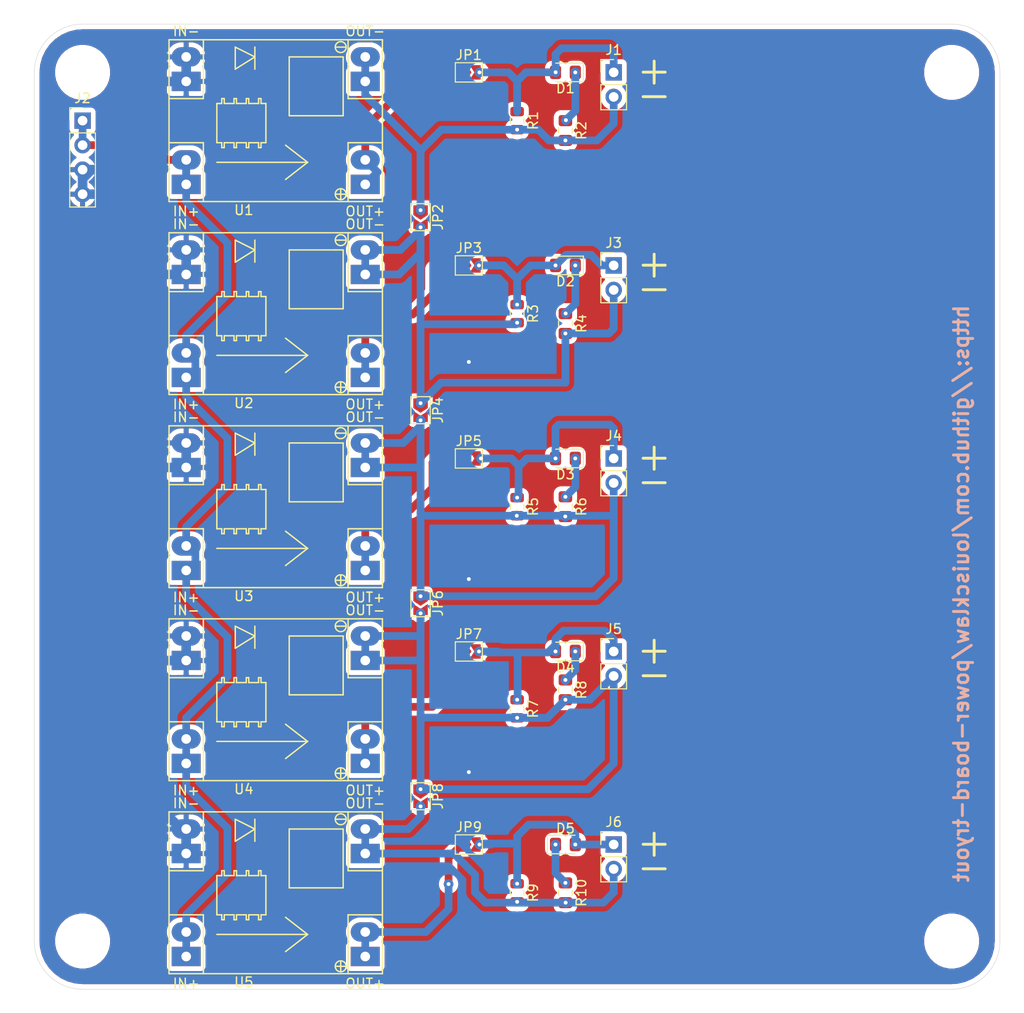
<source format=kicad_pcb>
(kicad_pcb (version 20171130) (host pcbnew 5.1.2-f72e74a~84~ubuntu18.04.1)
  (layers (0 F.Cu signal) (31 B.Cu signal) (34 B.Paste user) (35 F.Paste user) (36 B.SilkS user) (37 F.SilkS user) (38 B.Mask user) (39 F.Mask user) (44 Edge.Cuts user))
  (net 0 "")
  (net 1 "Net-(D1-Pad2)")
  (net 2 "Net-(D1-Pad1)")
  (net 3 "Net-(D2-Pad2)")
  (net 4 "Net-(D2-Pad1)")
  (net 5 "Net-(D3-Pad2)")
  (net 6 "Net-(D3-Pad1)")
  (net 7 "Net-(D4-Pad2)")
  (net 8 "Net-(D4-Pad1)")
  (net 9 "Net-(D5-Pad2)")
  (net 10 "Net-(D5-Pad1)")
  (net 11 "Net-(J1-Pad2)")
  (net 12 GND)
  (net 13 /PWR)
  (net 14 "Net-(J3-Pad2)")
  (net 15 "Net-(J4-Pad2)")
  (net 16 "Net-(J5-Pad2)")
  (net 17 "Net-(J6-Pad2)")
  (net 18 "Net-(JP1-Pad1)")
  (net 19 "Net-(JP3-Pad1)")
  (net 20 "Net-(JP5-Pad1)")
  (net 21 "Net-(JP7-Pad1)")
  (net 22 "Net-(JP9-Pad1)")
  (module footprint-lib:MountingHole_2.7mm_M2.5,rpi_like (layer F.Cu) (at 55 55)
    (fp_text reference H4 hide)
    (fp_text value MOUNT_M2.5)
    (pad "" np_thru_hole circle (at 0 0) (size 2.7 2.7) (drill 2.7) (layers *.Cu *.Mask) (clearance 1.5))
  )
  (module footprint-lib:MountingHole_2.7mm_M2.5,rpi_like (layer F.Cu) (at 145 55)
    (fp_text reference H3 hide)
    (fp_text value MOUNT_M2.5)
    (pad "" np_thru_hole circle (at 0 0) (size 2.7 2.7) (drill 2.7) (layers *.Cu *.Mask) (clearance 1.5))
  )
  (module footprint-lib:MountingHole_2.7mm_M2.5,rpi_like (layer F.Cu) (at 55 145)
    (fp_text reference H2 hide)
    (fp_text value MOUNT_M2.5)
    (pad "" np_thru_hole circle (at 0 0) (size 2.7 2.7) (drill 2.7) (layers *.Cu *.Mask) (clearance 1.5))
  )
  (module footprint-lib:MountingHole_2.7mm_M2.5,rpi_like (layer F.Cu) (at 145 145)
    (fp_text reference H1 hide)
    (fp_text value MOUNT_M2.5)
    (pad "" np_thru_hole circle (at 0 0) (size 2.7 2.7) (drill 2.7) (layers *.Cu *.Mask) (clearance 1.5))
  )
  (module footprint-lib:PinHeader_1x02_P2.54mm_power_output_terminal (layer F.Cu) (at 110 135)
    (fp_text reference J6 (at 0 -2.33) (layer F.SilkS))
    (fp_text value AUX3_OUT)
    (fp_text user - (at 4.191 2.286) (layer F.SilkS) (effects (font (size 3 3) (thickness 0.3))))
    (fp_text user + (at 4.191 -0.254) (layer F.SilkS) (effects (font (size 3 3) (thickness 0.3))))
    (pad 2 thru_hole oval (at 0 2.54) (size 1.7 1.7) (drill 1) (layers *.Cu *.Mask) (net 17 "Net-(J6-Pad2)"))
    (pad 1 thru_hole rect (at 0 0) (size 1.7 1.7) (drill 1) (layers *.Cu *.Mask) (net 9 "Net-(D5-Pad2)"))
  )
  (module footprint-lib:PinHeader_1x02_P2.54mm_power_output_terminal (layer F.Cu) (at 110 115)
    (fp_text reference J5 (at 0 -2.33) (layer F.SilkS))
    (fp_text value AUX2_OUT)
    (fp_text user - (at 4.191 2.286) (layer F.SilkS) (effects (font (size 3 3) (thickness 0.3))))
    (fp_text user + (at 4.191 -0.254) (layer F.SilkS) (effects (font (size 3 3) (thickness 0.3))))
    (pad 2 thru_hole oval (at 0 2.54) (size 1.7 1.7) (drill 1) (layers *.Cu *.Mask) (net 16 "Net-(J5-Pad2)"))
    (pad 1 thru_hole rect (at 0 0) (size 1.7 1.7) (drill 1) (layers *.Cu *.Mask) (net 7 "Net-(D4-Pad2)"))
  )
  (module footprint-lib:PinHeader_1x02_P2.54mm_power_output_terminal (layer F.Cu) (at 110 95)
    (fp_text reference J4 (at 0 -2.33) (layer F.SilkS))
    (fp_text value AUX1_OUT)
    (fp_text user - (at 4.191 2.286) (layer F.SilkS) (effects (font (size 3 3) (thickness 0.3))))
    (fp_text user + (at 4.191 -0.254) (layer F.SilkS) (effects (font (size 3 3) (thickness 0.3))))
    (pad 2 thru_hole oval (at 0 2.54) (size 1.7 1.7) (drill 1) (layers *.Cu *.Mask) (net 15 "Net-(J4-Pad2)"))
    (pad 1 thru_hole rect (at 0 0) (size 1.7 1.7) (drill 1) (layers *.Cu *.Mask) (net 5 "Net-(D3-Pad2)"))
  )
  (module footprint-lib:PinHeader_1x02_P2.54mm_power_output_terminal (layer F.Cu) (at 110 75)
    (fp_text reference J3 (at 0 -2.33) (layer F.SilkS))
    (fp_text value 5V_OUT)
    (fp_text user - (at 4.191 2.286) (layer F.SilkS) (effects (font (size 3 3) (thickness 0.3))))
    (fp_text user + (at 4.191 -0.254) (layer F.SilkS) (effects (font (size 3 3) (thickness 0.3))))
    (pad 2 thru_hole oval (at 0 2.54) (size 1.7 1.7) (drill 1) (layers *.Cu *.Mask) (net 14 "Net-(J3-Pad2)"))
    (pad 1 thru_hole rect (at 0 0) (size 1.7 1.7) (drill 1) (layers *.Cu *.Mask) (net 3 "Net-(D2-Pad2)"))
  )
  (module footprint-lib:PinHeader_1x02_P2.54mm_power_output_terminal (layer F.Cu) (at 110 55)
    (fp_text reference J1 (at 0 -2.33) (layer F.SilkS))
    (fp_text value 3V3_OUT)
    (fp_text user - (at 4.191 2.286) (layer F.SilkS) (effects (font (size 3 3) (thickness 0.3))))
    (fp_text user + (at 4.191 -0.254) (layer F.SilkS) (effects (font (size 3 3) (thickness 0.3))))
    (pad 2 thru_hole oval (at 0 2.54) (size 1.7 1.7) (drill 1) (layers *.Cu *.Mask) (net 11 "Net-(J1-Pad2)"))
    (pad 1 thru_hole rect (at 0 0) (size 1.7 1.7) (drill 1) (layers *.Cu *.Mask) (net 1 "Net-(D1-Pad2)"))
  )
  (module footprint-lib:MP1584_buck_module (layer F.Cu) (at 75 140)
    (fp_text reference U5 (at -3.302 9.271 180) (layer F.SilkS))
    (fp_text value MP1584-BREAKOUT-BOARD)
    (fp_text user OUT- (at 9.271 -9.271) (layer F.SilkS))
    (fp_text user OUT+ (at 9.271 9.398 180) (layer F.SilkS))
    (fp_text user IN+ (at -9.271 9.398 180) (layer F.SilkS))
    (fp_text user IN- (at -9.271 -9.271) (layer F.SilkS))
    (pad 2 thru_hole oval (at -9.271 -6.604) (size 3 2) (drill 1) (layers *.Cu *.Mask) (net 12 GND))
    (pad 1 thru_hole rect (at -9.271 6.604) (size 3 2) (drill 1) (layers *.Cu *.Mask) (net 13 /PWR))
    (pad 3 thru_hole oval (at 9.271 -6.604) (size 3 2) (drill 1) (layers *.Cu *.Mask) (net 17 "Net-(J6-Pad2)"))
    (pad 4 thru_hole rect (at 9.271 6.604) (size 3 2) (drill 1) (layers *.Cu *.Mask) (net 22 "Net-(JP9-Pad1)"))
    (pad 3 thru_hole rect (at 9.271 -4.064) (size 3 2) (drill 1) (layers *.Cu *.Mask) (net 17 "Net-(J6-Pad2)"))
    (pad 2 thru_hole rect (at -9.271 -4.064) (size 3 2) (drill 1) (layers *.Cu *.Mask) (net 12 GND))
    (pad 1 thru_hole oval (at -9.271 4.064) (size 3 2) (drill 1) (layers *.Cu *.Mask) (net 13 /PWR))
    (pad 4 thru_hole oval (at 9.271 4.064) (size 3 2) (drill 1) (layers *.Cu *.Mask) (net 22 "Net-(JP9-Pad1)"))
  )
  (module footprint-lib:MP1584_buck_module (layer F.Cu) (at 75 120)
    (fp_text reference U4 (at -3.302 9.271 180) (layer F.SilkS))
    (fp_text value MP1584-BREAKOUT-BOARD)
    (fp_text user OUT- (at 9.271 -9.271) (layer F.SilkS))
    (fp_text user OUT+ (at 9.271 9.398 180) (layer F.SilkS))
    (fp_text user IN+ (at -9.271 9.398 180) (layer F.SilkS))
    (fp_text user IN- (at -9.271 -9.271) (layer F.SilkS))
    (pad 2 thru_hole oval (at -9.271 -6.604) (size 3 2) (drill 1) (layers *.Cu *.Mask) (net 12 GND))
    (pad 1 thru_hole rect (at -9.271 6.604) (size 3 2) (drill 1) (layers *.Cu *.Mask) (net 13 /PWR))
    (pad 3 thru_hole oval (at 9.271 -6.604) (size 3 2) (drill 1) (layers *.Cu *.Mask) (net 16 "Net-(J5-Pad2)"))
    (pad 4 thru_hole rect (at 9.271 6.604) (size 3 2) (drill 1) (layers *.Cu *.Mask) (net 21 "Net-(JP7-Pad1)"))
    (pad 3 thru_hole rect (at 9.271 -4.064) (size 3 2) (drill 1) (layers *.Cu *.Mask) (net 16 "Net-(J5-Pad2)"))
    (pad 2 thru_hole rect (at -9.271 -4.064) (size 3 2) (drill 1) (layers *.Cu *.Mask) (net 12 GND))
    (pad 1 thru_hole oval (at -9.271 4.064) (size 3 2) (drill 1) (layers *.Cu *.Mask) (net 13 /PWR))
    (pad 4 thru_hole oval (at 9.271 4.064) (size 3 2) (drill 1) (layers *.Cu *.Mask) (net 21 "Net-(JP7-Pad1)"))
  )
  (module footprint-lib:MP1584_buck_module (layer F.Cu) (at 75 100)
    (fp_text reference U3 (at -3.302 9.271 180) (layer F.SilkS))
    (fp_text value MP1584-BREAKOUT-BOARD)
    (fp_text user OUT- (at 9.271 -9.271) (layer F.SilkS))
    (fp_text user OUT+ (at 9.271 9.398 180) (layer F.SilkS))
    (fp_text user IN+ (at -9.271 9.398 180) (layer F.SilkS))
    (fp_text user IN- (at -9.271 -9.271) (layer F.SilkS))
    (pad 2 thru_hole oval (at -9.271 -6.604) (size 3 2) (drill 1) (layers *.Cu *.Mask) (net 12 GND))
    (pad 1 thru_hole rect (at -9.271 6.604) (size 3 2) (drill 1) (layers *.Cu *.Mask) (net 13 /PWR))
    (pad 3 thru_hole oval (at 9.271 -6.604) (size 3 2) (drill 1) (layers *.Cu *.Mask) (net 15 "Net-(J4-Pad2)"))
    (pad 4 thru_hole rect (at 9.271 6.604) (size 3 2) (drill 1) (layers *.Cu *.Mask) (net 20 "Net-(JP5-Pad1)"))
    (pad 3 thru_hole rect (at 9.271 -4.064) (size 3 2) (drill 1) (layers *.Cu *.Mask) (net 15 "Net-(J4-Pad2)"))
    (pad 2 thru_hole rect (at -9.271 -4.064) (size 3 2) (drill 1) (layers *.Cu *.Mask) (net 12 GND))
    (pad 1 thru_hole oval (at -9.271 4.064) (size 3 2) (drill 1) (layers *.Cu *.Mask) (net 13 /PWR))
    (pad 4 thru_hole oval (at 9.271 4.064) (size 3 2) (drill 1) (layers *.Cu *.Mask) (net 20 "Net-(JP5-Pad1)"))
  )
  (module footprint-lib:MP1584_buck_module (layer F.Cu) (at 75 80)
    (fp_text reference U2 (at -3.302 9.271 180) (layer F.SilkS))
    (fp_text value MP1584-BREAKOUT-BOARD)
    (fp_text user OUT- (at 9.271 -9.271) (layer F.SilkS))
    (fp_text user OUT+ (at 9.271 9.398 180) (layer F.SilkS))
    (fp_text user IN+ (at -9.271 9.398 180) (layer F.SilkS))
    (fp_text user IN- (at -9.271 -9.271) (layer F.SilkS))
    (pad 2 thru_hole oval (at -9.271 -6.604) (size 3 2) (drill 1) (layers *.Cu *.Mask) (net 12 GND))
    (pad 1 thru_hole rect (at -9.271 6.604) (size 3 2) (drill 1) (layers *.Cu *.Mask) (net 13 /PWR))
    (pad 3 thru_hole oval (at 9.271 -6.604) (size 3 2) (drill 1) (layers *.Cu *.Mask) (net 14 "Net-(J3-Pad2)"))
    (pad 4 thru_hole rect (at 9.271 6.604) (size 3 2) (drill 1) (layers *.Cu *.Mask) (net 19 "Net-(JP3-Pad1)"))
    (pad 3 thru_hole rect (at 9.271 -4.064) (size 3 2) (drill 1) (layers *.Cu *.Mask) (net 14 "Net-(J3-Pad2)"))
    (pad 2 thru_hole rect (at -9.271 -4.064) (size 3 2) (drill 1) (layers *.Cu *.Mask) (net 12 GND))
    (pad 1 thru_hole oval (at -9.271 4.064) (size 3 2) (drill 1) (layers *.Cu *.Mask) (net 13 /PWR))
    (pad 4 thru_hole oval (at 9.271 4.064) (size 3 2) (drill 1) (layers *.Cu *.Mask) (net 19 "Net-(JP3-Pad1)"))
  )
  (module footprint-lib:MP1584_buck_module (layer F.Cu) (at 75 60)
    (fp_text reference U1 (at -3.302 9.271 180) (layer F.SilkS))
    (fp_text value MP1584-BREAKOUT-BOARD)
    (fp_text user OUT- (at 9.271 -9.271) (layer F.SilkS))
    (fp_text user OUT+ (at 9.271 9.398 180) (layer F.SilkS))
    (fp_text user IN+ (at -9.271 9.398 180) (layer F.SilkS))
    (fp_text user IN- (at -9.271 -9.271) (layer F.SilkS))
    (pad 2 thru_hole oval (at -9.271 -6.604) (size 3 2) (drill 1) (layers *.Cu *.Mask) (net 12 GND))
    (pad 1 thru_hole rect (at -9.271 6.604) (size 3 2) (drill 1) (layers *.Cu *.Mask) (net 13 /PWR))
    (pad 3 thru_hole oval (at 9.271 -6.604) (size 3 2) (drill 1) (layers *.Cu *.Mask) (net 11 "Net-(J1-Pad2)"))
    (pad 4 thru_hole rect (at 9.271 6.604) (size 3 2) (drill 1) (layers *.Cu *.Mask) (net 18 "Net-(JP1-Pad1)"))
    (pad 3 thru_hole rect (at 9.271 -4.064) (size 3 2) (drill 1) (layers *.Cu *.Mask) (net 11 "Net-(J1-Pad2)"))
    (pad 2 thru_hole rect (at -9.271 -4.064) (size 3 2) (drill 1) (layers *.Cu *.Mask) (net 12 GND))
    (pad 1 thru_hole oval (at -9.271 4.064) (size 3 2) (drill 1) (layers *.Cu *.Mask) (net 13 /PWR))
    (pad 4 thru_hole oval (at 9.271 4.064) (size 3 2) (drill 1) (layers *.Cu *.Mask) (net 18 "Net-(JP1-Pad1)"))
  )
  (module Resistor_SMD:R_0805_2012Metric_Pad1.15x1.40mm_HandSolder (layer F.Cu) (at 105 140 270)
    (fp_text reference R10 (at 0 -1.65 90) (layer F.SilkS))
    (fp_text value R103,0805)
    (pad 2 smd roundrect (at 1.025 0 270) (size 1.15 1.4) (layers F.Cu F.Paste F.Mask) (roundrect_rratio 0.217391) (net 17 "Net-(J6-Pad2)"))
    (pad 1 smd roundrect (at -1.025 0 270) (size 1.15 1.4) (layers F.Cu F.Paste F.Mask) (roundrect_rratio 0.217391) (net 10 "Net-(D5-Pad1)"))
  )
  (module footprint-lib:VAR_0805 (layer F.Cu) (at 100 140 270)
    (fp_text reference R9 (at 0 -1.65 90) (layer F.SilkS))
    (fp_text value VAR_5V6,0805)
    (pad 2 smd roundrect (at 0.9375 0 270) (size 0.975 1.4) (layers F.Cu F.Paste F.Mask) (net 17 "Net-(J6-Pad2)"))
    (pad 1 smd roundrect (at -0.9375 0 270) (size 0.975 1.4) (layers F.Cu F.Paste F.Mask) (net 9 "Net-(D5-Pad2)"))
  )
  (module Resistor_SMD:R_0805_2012Metric_Pad1.15x1.40mm_HandSolder (layer F.Cu) (at 105 118.975 270)
    (fp_text reference R8 (at 0 -1.65 90) (layer F.SilkS))
    (fp_text value R103,0805)
    (pad 2 smd roundrect (at 1.025 0 270) (size 1.15 1.4) (layers F.Cu F.Paste F.Mask) (roundrect_rratio 0.217391) (net 16 "Net-(J5-Pad2)"))
    (pad 1 smd roundrect (at -1.025 0 270) (size 1.15 1.4) (layers F.Cu F.Paste F.Mask) (roundrect_rratio 0.217391) (net 8 "Net-(D4-Pad1)"))
  )
  (module footprint-lib:VAR_0805 (layer F.Cu) (at 100 120.938 270)
    (fp_text reference R7 (at 0 -1.65 90) (layer F.SilkS))
    (fp_text value VAR_5V6,0805)
    (pad 2 smd roundrect (at 0.9375 0 270) (size 0.975 1.4) (layers F.Cu F.Paste F.Mask) (net 16 "Net-(J5-Pad2)"))
    (pad 1 smd roundrect (at -0.9375 0 270) (size 0.975 1.4) (layers F.Cu F.Paste F.Mask) (net 7 "Net-(D4-Pad2)"))
  )
  (module Resistor_SMD:R_0805_2012Metric_Pad1.15x1.40mm_HandSolder (layer F.Cu) (at 105 100 270)
    (fp_text reference R6 (at 0 -1.65 90) (layer F.SilkS))
    (fp_text value R103,0805)
    (pad 2 smd roundrect (at 1.025 0 270) (size 1.15 1.4) (layers F.Cu F.Paste F.Mask) (roundrect_rratio 0.217391) (net 15 "Net-(J4-Pad2)"))
    (pad 1 smd roundrect (at -1.025 0 270) (size 1.15 1.4) (layers F.Cu F.Paste F.Mask) (roundrect_rratio 0.217391) (net 6 "Net-(D3-Pad1)"))
  )
  (module footprint-lib:VAR_0805 (layer F.Cu) (at 100 100 270)
    (fp_text reference R5 (at 0 -1.65 90) (layer F.SilkS))
    (fp_text value VAR_5V6,0805)
    (pad 2 smd roundrect (at 0.9375 0 270) (size 0.975 1.4) (layers F.Cu F.Paste F.Mask) (net 15 "Net-(J4-Pad2)"))
    (pad 1 smd roundrect (at -0.9375 0 270) (size 0.975 1.4) (layers F.Cu F.Paste F.Mask) (net 5 "Net-(D3-Pad2)"))
  )
  (module Resistor_SMD:R_0805_2012Metric_Pad1.15x1.40mm_HandSolder (layer F.Cu) (at 105 81.025 270)
    (fp_text reference R4 (at 0 -1.65 90) (layer F.SilkS))
    (fp_text value R103,0805)
    (pad 2 smd roundrect (at 1.025 0 270) (size 1.15 1.4) (layers F.Cu F.Paste F.Mask) (roundrect_rratio 0.217391) (net 14 "Net-(J3-Pad2)"))
    (pad 1 smd roundrect (at -1.025 0 270) (size 1.15 1.4) (layers F.Cu F.Paste F.Mask) (roundrect_rratio 0.217391) (net 4 "Net-(D2-Pad1)"))
  )
  (module footprint-lib:VAR_0805 (layer F.Cu) (at 100 80 270)
    (fp_text reference R3 (at 0 -1.65 90) (layer F.SilkS))
    (fp_text value VAR_5V6,0805)
    (pad 2 smd roundrect (at 0.9375 0 270) (size 0.975 1.4) (layers F.Cu F.Paste F.Mask) (net 14 "Net-(J3-Pad2)"))
    (pad 1 smd roundrect (at -0.9375 0 270) (size 0.975 1.4) (layers F.Cu F.Paste F.Mask) (net 3 "Net-(D2-Pad2)"))
  )
  (module Resistor_SMD:R_0805_2012Metric_Pad1.15x1.40mm_HandSolder (layer F.Cu) (at 105 61.025 270)
    (fp_text reference R2 (at 0 -1.65 90) (layer F.SilkS))
    (fp_text value R103,0805)
    (pad 2 smd roundrect (at 1.025 0 270) (size 1.15 1.4) (layers F.Cu F.Paste F.Mask) (roundrect_rratio 0.217391) (net 11 "Net-(J1-Pad2)"))
    (pad 1 smd roundrect (at -1.025 0 270) (size 1.15 1.4) (layers F.Cu F.Paste F.Mask) (roundrect_rratio 0.217391) (net 2 "Net-(D1-Pad1)"))
  )
  (module footprint-lib:VAR_0805 (layer F.Cu) (at 100 60 270)
    (fp_text reference R1 (at 0 -1.65 90) (layer F.SilkS))
    (fp_text value VAR_5V6,0805)
    (pad 2 smd roundrect (at 0.9375 0 270) (size 0.975 1.4) (layers F.Cu F.Paste F.Mask) (net 11 "Net-(J1-Pad2)"))
    (pad 1 smd roundrect (at -0.9375 0 270) (size 0.975 1.4) (layers F.Cu F.Paste F.Mask) (net 1 "Net-(D1-Pad2)"))
  )
  (module Jumper:SolderJumper-2_P1.3mm_Open_TrianglePad1.0x1.5mm (layer F.Cu) (at 95 135)
    (fp_text reference JP9 (at 0 -1.8) (layer F.SilkS))
    (fp_text value Jumper_2_Open)
    (pad 1 smd custom (at -0.725 0) (size 0.3 0.3) (layers F.Cu F.Mask) (net 22 "Net-(JP9-Pad1)") (options (clearance outline) (anchor rect)) (primitives (gr_poly (pts (xy -0.5 -0.75) (xy 0.5 -0.75) (xy 1 0) (xy 0.5 0.75) (xy -0.5 0.75)) (width 0))))
    (pad 2 smd custom (at 0.725 0) (size 0.3 0.3) (layers F.Cu F.Mask) (net 9 "Net-(D5-Pad2)") (options (clearance outline) (anchor rect)) (primitives (gr_poly (pts (xy -0.65 -0.75) (xy 0.5 -0.75) (xy 0.5 0.75) (xy -0.65 0.75) (xy -0.15 0)) (width 0))))
  )
  (module Jumper:SolderJumper-2_P1.3mm_Open_TrianglePad1.0x1.5mm (layer F.Cu) (at 90 130 270)
    (fp_text reference JP8 (at 0 -1.8 90) (layer F.SilkS))
    (fp_text value Jumper_NO_Small)
    (pad 1 smd custom (at -0.725 0 270) (size 0.3 0.3) (layers F.Cu F.Mask) (net 16 "Net-(J5-Pad2)") (options (clearance outline) (anchor rect)) (primitives (gr_poly (pts (xy -0.5 -0.75) (xy 0.5 -0.75) (xy 1 0) (xy 0.5 0.75) (xy -0.5 0.75)) (width 0))))
    (pad 2 smd custom (at 0.725 0 270) (size 0.3 0.3) (layers F.Cu F.Mask) (net 17 "Net-(J6-Pad2)") (options (clearance outline) (anchor rect)) (primitives (gr_poly (pts (xy -0.65 -0.75) (xy 0.5 -0.75) (xy 0.5 0.75) (xy -0.65 0.75) (xy -0.15 0)) (width 0))))
  )
  (module Jumper:SolderJumper-2_P1.3mm_Open_TrianglePad1.0x1.5mm (layer F.Cu) (at 95 115)
    (fp_text reference JP7 (at 0 -1.8) (layer F.SilkS))
    (fp_text value Jumper_2_Open)
    (pad 1 smd custom (at -0.725 0) (size 0.3 0.3) (layers F.Cu F.Mask) (net 21 "Net-(JP7-Pad1)") (options (clearance outline) (anchor rect)) (primitives (gr_poly (pts (xy -0.5 -0.75) (xy 0.5 -0.75) (xy 1 0) (xy 0.5 0.75) (xy -0.5 0.75)) (width 0))))
    (pad 2 smd custom (at 0.725 0) (size 0.3 0.3) (layers F.Cu F.Mask) (net 7 "Net-(D4-Pad2)") (options (clearance outline) (anchor rect)) (primitives (gr_poly (pts (xy -0.65 -0.75) (xy 0.5 -0.75) (xy 0.5 0.75) (xy -0.65 0.75) (xy -0.15 0)) (width 0))))
  )
  (module Jumper:SolderJumper-2_P1.3mm_Open_TrianglePad1.0x1.5mm (layer F.Cu) (at 90 110 270)
    (fp_text reference JP6 (at 0 -1.8 90) (layer F.SilkS))
    (fp_text value Jumper_NO_Small)
    (pad 1 smd custom (at -0.725 0 270) (size 0.3 0.3) (layers F.Cu F.Mask) (net 15 "Net-(J4-Pad2)") (options (clearance outline) (anchor rect)) (primitives (gr_poly (pts (xy -0.5 -0.75) (xy 0.5 -0.75) (xy 1 0) (xy 0.5 0.75) (xy -0.5 0.75)) (width 0))))
    (pad 2 smd custom (at 0.725 0 270) (size 0.3 0.3) (layers F.Cu F.Mask) (net 16 "Net-(J5-Pad2)") (options (clearance outline) (anchor rect)) (primitives (gr_poly (pts (xy -0.65 -0.75) (xy 0.5 -0.75) (xy 0.5 0.75) (xy -0.65 0.75) (xy -0.15 0)) (width 0))))
  )
  (module Jumper:SolderJumper-2_P1.3mm_Open_TrianglePad1.0x1.5mm (layer F.Cu) (at 95 95)
    (fp_text reference JP5 (at 0 -1.8) (layer F.SilkS))
    (fp_text value Jumper_2_Open)
    (pad 1 smd custom (at -0.725 0) (size 0.3 0.3) (layers F.Cu F.Mask) (net 20 "Net-(JP5-Pad1)") (options (clearance outline) (anchor rect)) (primitives (gr_poly (pts (xy -0.5 -0.75) (xy 0.5 -0.75) (xy 1 0) (xy 0.5 0.75) (xy -0.5 0.75)) (width 0))))
    (pad 2 smd custom (at 0.725 0) (size 0.3 0.3) (layers F.Cu F.Mask) (net 5 "Net-(D3-Pad2)") (options (clearance outline) (anchor rect)) (primitives (gr_poly (pts (xy -0.65 -0.75) (xy 0.5 -0.75) (xy 0.5 0.75) (xy -0.65 0.75) (xy -0.15 0)) (width 0))))
  )
  (module Jumper:SolderJumper-2_P1.3mm_Open_TrianglePad1.0x1.5mm (layer F.Cu) (at 90 90 270)
    (fp_text reference JP4 (at 0 -1.8 90) (layer F.SilkS))
    (fp_text value Jumper_NO_Small)
    (pad 1 smd custom (at -0.725 0 270) (size 0.3 0.3) (layers F.Cu F.Mask) (net 14 "Net-(J3-Pad2)") (options (clearance outline) (anchor rect)) (primitives (gr_poly (pts (xy -0.5 -0.75) (xy 0.5 -0.75) (xy 1 0) (xy 0.5 0.75) (xy -0.5 0.75)) (width 0))))
    (pad 2 smd custom (at 0.725 0 270) (size 0.3 0.3) (layers F.Cu F.Mask) (net 15 "Net-(J4-Pad2)") (options (clearance outline) (anchor rect)) (primitives (gr_poly (pts (xy -0.65 -0.75) (xy 0.5 -0.75) (xy 0.5 0.75) (xy -0.65 0.75) (xy -0.15 0)) (width 0))))
  )
  (module Jumper:SolderJumper-2_P1.3mm_Open_TrianglePad1.0x1.5mm (layer F.Cu) (at 95 75)
    (fp_text reference JP3 (at 0 -1.8) (layer F.SilkS))
    (fp_text value Jumper_2_Open)
    (pad 1 smd custom (at -0.725 0) (size 0.3 0.3) (layers F.Cu F.Mask) (net 19 "Net-(JP3-Pad1)") (options (clearance outline) (anchor rect)) (primitives (gr_poly (pts (xy -0.5 -0.75) (xy 0.5 -0.75) (xy 1 0) (xy 0.5 0.75) (xy -0.5 0.75)) (width 0))))
    (pad 2 smd custom (at 0.725 0) (size 0.3 0.3) (layers F.Cu F.Mask) (net 3 "Net-(D2-Pad2)") (options (clearance outline) (anchor rect)) (primitives (gr_poly (pts (xy -0.65 -0.75) (xy 0.5 -0.75) (xy 0.5 0.75) (xy -0.65 0.75) (xy -0.15 0)) (width 0))))
  )
  (module Jumper:SolderJumper-2_P1.3mm_Open_TrianglePad1.0x1.5mm (layer F.Cu) (at 90 70 270)
    (fp_text reference JP2 (at 0 -1.8 90) (layer F.SilkS))
    (fp_text value Jumper_NO_Small)
    (pad 1 smd custom (at -0.725 0 270) (size 0.3 0.3) (layers F.Cu F.Mask) (net 11 "Net-(J1-Pad2)") (options (clearance outline) (anchor rect)) (primitives (gr_poly (pts (xy -0.5 -0.75) (xy 0.5 -0.75) (xy 1 0) (xy 0.5 0.75) (xy -0.5 0.75)) (width 0))))
    (pad 2 smd custom (at 0.725 0 270) (size 0.3 0.3) (layers F.Cu F.Mask) (net 14 "Net-(J3-Pad2)") (options (clearance outline) (anchor rect)) (primitives (gr_poly (pts (xy -0.65 -0.75) (xy 0.5 -0.75) (xy 0.5 0.75) (xy -0.65 0.75) (xy -0.15 0)) (width 0))))
  )
  (module Jumper:SolderJumper-2_P1.3mm_Open_TrianglePad1.0x1.5mm (layer F.Cu) (at 95 55)
    (fp_text reference JP1 (at 0 -1.8) (layer F.SilkS))
    (fp_text value Jumper_2_Open)
    (pad 1 smd custom (at -0.725 0) (size 0.3 0.3) (layers F.Cu F.Mask) (net 18 "Net-(JP1-Pad1)") (options (clearance outline) (anchor rect)) (primitives (gr_poly (pts (xy -0.5 -0.75) (xy 0.5 -0.75) (xy 1 0) (xy 0.5 0.75) (xy -0.5 0.75)) (width 0))))
    (pad 2 smd custom (at 0.725 0) (size 0.3 0.3) (layers F.Cu F.Mask) (net 1 "Net-(D1-Pad2)") (options (clearance outline) (anchor rect)) (primitives (gr_poly (pts (xy -0.65 -0.75) (xy 0.5 -0.75) (xy 0.5 0.75) (xy -0.65 0.75) (xy -0.15 0)) (width 0))))
  )
  (module Connector_PinHeader_2.54mm:PinHeader_1x04_P2.54mm_Vertical (layer F.Cu) (at 55 60)
    (fp_text reference J2 (at 0 -2.33) (layer F.SilkS))
    (fp_text value Screw_Terminal_01x04)
    (pad 4 thru_hole oval (at 0 7.62) (size 1.7 1.7) (drill 1) (layers *.Cu *.Mask) (net 12 GND))
    (pad 3 thru_hole oval (at 0 5.08) (size 1.7 1.7) (drill 1) (layers *.Cu *.Mask) (net 12 GND))
    (pad 2 thru_hole oval (at 0 2.54) (size 1.7 1.7) (drill 1) (layers *.Cu *.Mask) (net 13 /PWR))
    (pad 1 thru_hole rect (at 0 0) (size 1.7 1.7) (drill 1) (layers *.Cu *.Mask) (net 13 /PWR))
  )
  (module LED_SMD:LED_0805_2012Metric_Pad1.15x1.40mm_HandSolder (layer F.Cu) (at 105 135)
    (fp_text reference D5 (at 0 -1.65) (layer F.SilkS))
    (fp_text value LED_GREEN,0805)
    (pad 2 smd roundrect (at 1.025 0) (size 1.15 1.4) (layers F.Cu F.Paste F.Mask) (roundrect_rratio 0.217391) (net 9 "Net-(D5-Pad2)"))
    (pad 1 smd roundrect (at -1.025 0) (size 1.15 1.4) (layers F.Cu F.Paste F.Mask) (roundrect_rratio 0.217391) (net 10 "Net-(D5-Pad1)"))
  )
  (module LED_SMD:LED_0805_2012Metric_Pad1.15x1.40mm_HandSolder (layer F.Cu) (at 105 115 180)
    (fp_text reference D4 (at 0 -1.65) (layer F.SilkS))
    (fp_text value LED_GREEN,0805)
    (pad 2 smd roundrect (at 1.025 0 180) (size 1.15 1.4) (layers F.Cu F.Paste F.Mask) (roundrect_rratio 0.217391) (net 7 "Net-(D4-Pad2)"))
    (pad 1 smd roundrect (at -1.025 0 180) (size 1.15 1.4) (layers F.Cu F.Paste F.Mask) (roundrect_rratio 0.217391) (net 8 "Net-(D4-Pad1)"))
  )
  (module LED_SMD:LED_0805_2012Metric_Pad1.15x1.40mm_HandSolder (layer F.Cu) (at 105 95 180)
    (fp_text reference D3 (at 0 -1.65) (layer F.SilkS))
    (fp_text value LED_GREEN,0805)
    (pad 2 smd roundrect (at 1.025 0 180) (size 1.15 1.4) (layers F.Cu F.Paste F.Mask) (roundrect_rratio 0.217391) (net 5 "Net-(D3-Pad2)"))
    (pad 1 smd roundrect (at -1.025 0 180) (size 1.15 1.4) (layers F.Cu F.Paste F.Mask) (roundrect_rratio 0.217391) (net 6 "Net-(D3-Pad1)"))
  )
  (module LED_SMD:LED_0805_2012Metric_Pad1.15x1.40mm_HandSolder (layer F.Cu) (at 105 75 180)
    (fp_text reference D2 (at 0 -1.65) (layer F.SilkS))
    (fp_text value LED_GREEN,0805)
    (pad 2 smd roundrect (at 1.025 0 180) (size 1.15 1.4) (layers F.Cu F.Paste F.Mask) (roundrect_rratio 0.217391) (net 3 "Net-(D2-Pad2)"))
    (pad 1 smd roundrect (at -1.025 0 180) (size 1.15 1.4) (layers F.Cu F.Paste F.Mask) (roundrect_rratio 0.217391) (net 4 "Net-(D2-Pad1)"))
  )
  (module LED_SMD:LED_0805_2012Metric_Pad1.15x1.40mm_HandSolder (layer F.Cu) (at 105 55 180)
    (fp_text reference D1 (at 0 -1.65) (layer F.SilkS))
    (fp_text value LED_GREEN,0805)
    (pad 2 smd roundrect (at 1.025 0 180) (size 1.15 1.4) (layers F.Cu F.Paste F.Mask) (roundrect_rratio 0.217391) (net 1 "Net-(D1-Pad2)"))
    (pad 1 smd roundrect (at -1.025 0 180) (size 1.15 1.4) (layers F.Cu F.Paste F.Mask) (roundrect_rratio 0.217391) (net 2 "Net-(D1-Pad1)"))
  )
  (gr_text https://github.com/louiscklaw/power-board-tryout (at 146 109 90) (layer B.SilkS) (effects (font (size 1.5 1.5) (thickness 0.3)) (justify mirror)))
  (gr_arc (start 145 145) (end 145 150) (angle -90) (layer Edge.Cuts) (width 0.05))
  (gr_arc (start 55 145) (end 50 145) (angle -90) (layer Edge.Cuts) (width 0.05))
  (gr_arc (start 145 55) (end 150 55) (angle -90) (layer Edge.Cuts) (width 0.05))
  (gr_arc (start 55 55) (end 55 50) (angle -90) (layer Edge.Cuts) (width 0.05))
  (gr_line (start 145 50) (end 55 50) (layer Edge.Cuts) (width 0.05))
  (gr_line (start 150 145) (end 150 55) (layer Edge.Cuts) (width 0.05))
  (gr_line (start 55 150) (end 145 150) (layer Edge.Cuts) (width 0.05))
  (gr_line (start 50 55) (end 50 145) (layer Edge.Cuts) (width 0.05))
  (via (at 96.1 55) (size 1) (drill 0.4) (layers F.Cu B.Cu) (net 1))
  (segment (start 103.9875 54.9875) (end 103.975 55) (width 0.8) (layer B.Cu) (net 1))
  (via (at 103.9875 54.9875) (size 1) (drill 0.4) (layers F.Cu B.Cu) (net 1))
  (segment (start 100 55.9) (end 100.9125 54.9875) (width 0.8) (layer B.Cu) (net 1))
  (segment (start 100.9125 54.9875) (end 103.280394 54.9875) (width 0.8) (layer B.Cu) (net 1))
  (segment (start 103.280394 54.9875) (end 103.9875 54.9875) (width 0.8) (layer B.Cu) (net 1))
  (segment (start 103.9875 53.1125) (end 103.9875 54.9875) (width 0.8) (layer B.Cu) (net 1))
  (segment (start 104.6 52.5) (end 103.9875 53.1125) (width 0.8) (layer B.Cu) (net 1))
  (segment (start 109.5 52.5) (end 104.6 52.5) (width 0.8) (layer B.Cu) (net 1))
  (segment (start 110 55) (end 110 53) (width 0.8) (layer B.Cu) (net 1))
  (segment (start 110 53) (end 109.5 52.5) (width 0.8) (layer B.Cu) (net 1))
  (segment (start 100 59.0625) (end 100 55.9) (width 0.8) (layer B.Cu) (net 1))
  (segment (start 99.1 55) (end 100 55.9) (width 0.8) (layer B.Cu) (net 1))
  (segment (start 99.1 55) (end 96.1 55) (width 0.8) (layer B.Cu) (net 1))
  (segment (start 106.025 58.975) (end 105.05 59.95) (width 0.8) (layer B.Cu) (net 2))
  (segment (start 106.025 55) (end 106.025 55) (width 0.8) (layer B.Cu) (net 2))
  (segment (start 105.05 59.95) (end 105 60) (width 0.8) (layer B.Cu) (net 2))
  (via (at 105.05 59.95) (size 1) (drill 0.4) (layers F.Cu B.Cu) (net 2))
  (segment (start 106.025 55) (end 106.025 58.975) (width 0.8) (layer B.Cu) (net 2))
  (via (at 106.025 55) (size 1) (drill 0.4) (layers F.Cu B.Cu) (net 2))
  (segment (start 108.7497 75) (end 107.6454 73.8957) (width 0.8) (layer B.Cu) (net 3))
  (segment (start 107.6454 73.8957) (end 105.0793 73.8957) (width 0.8) (layer B.Cu) (net 3))
  (segment (start 105.0793 73.8957) (end 103.975 75) (width 0.8) (layer B.Cu) (net 3))
  (segment (start 110 75) (end 108.7497 75) (width 0.8) (layer B.Cu) (net 3))
  (segment (start 98.6 75) (end 96.35 75) (width 0.8) (layer B.Cu) (net 3))
  (segment (start 100 76.4) (end 98.6 75) (width 0.8) (layer B.Cu) (net 3))
  (segment (start 100 76.6) (end 100 76.4) (width 0.8) (layer B.Cu) (net 3))
  (segment (start 100 79.0625) (end 100 79.0625) (width 0.8) (layer B.Cu) (net 3))
  (segment (start 101.4 75) (end 100 76.4) (width 0.8) (layer B.Cu) (net 3))
  (segment (start 103.975 75) (end 101.4 75) (width 0.8) (layer B.Cu) (net 3))
  (via (at 96.05 75) (size 1) (drill 0.4) (layers F.Cu B.Cu) (net 3))
  (segment (start 103.975 75) (end 103.975 75) (width 0.8) (layer B.Cu) (net 3))
  (via (at 103.975 75) (size 1) (drill 0.4) (layers F.Cu B.Cu) (net 3))
  (segment (start 100 79.0625) (end 100 76.6) (width 0.8) (layer B.Cu) (net 3))
  (via (at 100 79.0625) (size 1) (drill 0.4) (layers F.Cu B.Cu) (net 3))
  (segment (start 98.6 75) (end 96.05 75) (width 0.8) (layer B.Cu) (net 3))
  (segment (start 106.025 75) (end 106.025 75) (width 0.8) (layer B.Cu) (net 4))
  (segment (start 106.025 78.975) (end 105.025 79.975) (width 0.8) (layer B.Cu) (net 4))
  (segment (start 106.025 75) (end 106.025 78.975) (width 0.8) (layer B.Cu) (net 4))
  (via (at 106.025 75) (size 1) (drill 0.4) (layers F.Cu B.Cu) (net 4))
  (segment (start 105.025 79.975) (end 105 80) (width 0.8) (layer B.Cu) (net 4))
  (via (at 105.025 79.975) (size 1) (drill 0.4) (layers F.Cu B.Cu) (net 4))
  (segment (start 110 95) (end 110 91.9) (width 0.8) (layer B.Cu) (net 5))
  (segment (start 110 91.9) (end 109.6 91.5) (width 0.8) (layer B.Cu) (net 5))
  (segment (start 109.6 91.5) (end 104.3 91.5) (width 0.8) (layer B.Cu) (net 5))
  (segment (start 104.3 91.5) (end 103.975 91.825) (width 0.8) (layer B.Cu) (net 5))
  (segment (start 103.975 91.825) (end 103.975 95) (width 0.8) (layer B.Cu) (net 5))
  (segment (start 103.975 95) (end 101 95) (width 0.8) (layer B.Cu) (net 5))
  (segment (start 101 95) (end 100.15 95.85) (width 0.8) (layer B.Cu) (net 5))
  (via (at 100 99.0625) (size 1) (drill 0.4) (layers F.Cu B.Cu) (net 5))
  (segment (start 100.15 95.85) (end 100.15 98.9125) (width 0.8) (layer B.Cu) (net 5))
  (segment (start 100.15 98.9125) (end 100 99.0625) (width 0.8) (layer B.Cu) (net 5))
  (segment (start 100.15 95.85) (end 100.15 95.75) (width 0.8) (layer B.Cu) (net 5))
  (segment (start 100.15 95.75) (end 99.4 95) (width 0.8) (layer B.Cu) (net 5))
  (via (at 96.25 95) (size 1) (drill 0.4) (layers F.Cu B.Cu) (net 5))
  (segment (start 99.4 95) (end 96.25 95) (width 0.8) (layer B.Cu) (net 5))
  (segment (start 103.975 95) (end 103.975 95) (width 0.8) (layer B.Cu) (net 5))
  (via (at 103.975 95) (size 1) (drill 0.4) (layers F.Cu B.Cu) (net 5))
  (segment (start 106.025 95) (end 106.025 95) (width 0.8) (layer B.Cu) (net 6))
  (segment (start 106.025 97.95) (end 105 98.975) (width 0.8) (layer B.Cu) (net 6))
  (segment (start 106.025 95) (end 106.025 97.95) (width 0.8) (layer B.Cu) (net 6))
  (via (at 106.025 95) (size 1) (drill 0.4) (layers F.Cu B.Cu) (net 6))
  (segment (start 105 98.975) (end 105 98.975) (width 0.8) (layer B.Cu) (net 6))
  (via (at 105 98.975) (size 1) (drill 0.4) (layers F.Cu B.Cu) (net 6))
  (segment (start 104.8 112.85) (end 103.975 113.675) (width 0.8) (layer B.Cu) (net 7))
  (segment (start 110 115) (end 110 113.75) (width 0.8) (layer B.Cu) (net 7))
  (segment (start 109.1 112.85) (end 104.8 112.85) (width 0.8) (layer B.Cu) (net 7))
  (segment (start 110 113.75) (end 109.1 112.85) (width 0.8) (layer B.Cu) (net 7))
  (segment (start 103.975 113.675) (end 103.975 114.325) (width 0.8) (layer B.Cu) (net 7))
  (segment (start 103.975 114.325) (end 103.975 115) (width 0.8) (layer B.Cu) (net 7))
  (segment (start 103.975 114.325) (end 103.2 115.1) (width 0.8) (layer B.Cu) (net 7))
  (via (at 96.05 115) (size 1) (drill 0.4) (layers F.Cu B.Cu) (net 7))
  (via (at 100 120.0005) (size 1) (drill 0.4) (layers F.Cu B.Cu) (net 7))
  (segment (start 100.05 119.9505) (end 100 120.0005) (width 0.8) (layer B.Cu) (net 7))
  (segment (start 100.05 115.1) (end 100.05 119.9505) (width 0.8) (layer B.Cu) (net 7))
  (segment (start 103.2 115.1) (end 100.05 115.1) (width 0.8) (layer B.Cu) (net 7))
  (segment (start 103.975 115) (end 103.975 115) (width 0.8) (layer B.Cu) (net 7))
  (via (at 103.975 115) (size 1) (drill 0.4) (layers F.Cu B.Cu) (net 7))
  (segment (start 98 115) (end 96.05 115) (width 0.8) (layer B.Cu) (net 7))
  (segment (start 98.1 115.1) (end 98 115) (width 0.8) (layer B.Cu) (net 7))
  (segment (start 100.05 115.1) (end 98.1 115.1) (width 0.8) (layer B.Cu) (net 7))
  (segment (start 98.1 115.1) (end 97.007106 115.1) (width 0.8) (layer B.Cu) (net 7))
  (segment (start 106.025 115) (end 106.025 115) (width 0.8) (layer B.Cu) (net 8))
  (segment (start 106.025 116.925) (end 105 117.95) (width 0.8) (layer B.Cu) (net 8))
  (segment (start 105 117.95) (end 105 117.95) (width 0.8) (layer B.Cu) (net 8))
  (via (at 105 117.95) (size 1) (drill 0.4) (layers F.Cu B.Cu) (net 8))
  (segment (start 106.025 115) (end 106.025 116.925) (width 0.8) (layer B.Cu) (net 8))
  (via (at 106.025 115) (size 1) (drill 0.4) (layers F.Cu B.Cu) (net 8))
  (segment (start 110 135) (end 106.025 135) (width 0.8) (layer B.Cu) (net 9))
  (segment (start 106.025 135) (end 106.025 135) (width 0.8) (layer B.Cu) (net 9))
  (segment (start 106.025 133.975) (end 105 132.95) (width 0.8) (layer B.Cu) (net 9))
  (segment (start 105 132.95) (end 101.2 132.95) (width 0.8) (layer B.Cu) (net 9))
  (via (at 100 139.0625) (size 1) (drill 0.4) (layers F.Cu B.Cu) (net 9))
  (segment (start 101.2 132.95) (end 100 134.15) (width 0.8) (layer B.Cu) (net 9))
  (via (at 96.1 135) (size 1) (drill 0.4) (layers F.Cu B.Cu) (net 9))
  (segment (start 96.65 134.9) (end 96.55 135) (width 0.8) (layer B.Cu) (net 9))
  (segment (start 100 134.15) (end 100 134.9) (width 0.8) (layer B.Cu) (net 9))
  (segment (start 100 134.9) (end 100 139.0625) (width 0.8) (layer B.Cu) (net 9))
  (segment (start 106.025 135) (end 106.025 133.975) (width 0.8) (layer B.Cu) (net 9))
  (via (at 106.025 135) (size 1) (drill 0.4) (layers F.Cu B.Cu) (net 9))
  (segment (start 97.3 135) (end 96.1 135) (width 0.8) (layer B.Cu) (net 9))
  (segment (start 97.4 134.9) (end 97.3 135) (width 0.8) (layer B.Cu) (net 9))
  (segment (start 100 134.9) (end 97.4 134.9) (width 0.8) (layer B.Cu) (net 9))
  (segment (start 97.4 134.9) (end 96.65 134.9) (width 0.8) (layer B.Cu) (net 9))
  (segment (start 103.975 135) (end 103.975 135) (width 0.8) (layer B.Cu) (net 10))
  (segment (start 103.975 137.95) (end 105 138.975) (width 0.8) (layer B.Cu) (net 10))
  (segment (start 103.975 135) (end 103.975 137.95) (width 0.8) (layer B.Cu) (net 10))
  (via (at 103.975 135) (size 1) (drill 0.4) (layers F.Cu B.Cu) (net 10))
  (segment (start 105 138.975) (end 105 138.975) (width 0.8) (layer B.Cu) (net 10))
  (via (at 105 138.975) (size 1) (drill 0.4) (layers F.Cu B.Cu) (net 10))
  (segment (start 84.271 53.396) (end 84.271 55.936) (width 0.8) (layer B.Cu) (net 11))
  (segment (start 84.271 57.336) (end 90 63.065) (width 0.8) (layer B.Cu) (net 11))
  (via (at 90 69.275) (size 1) (drill 0.4) (layers F.Cu B.Cu) (net 11))
  (segment (start 90 63.065) (end 90 69.275) (width 0.8) (layer B.Cu) (net 11))
  (segment (start 84.271 55.936) (end 84.271 57.336) (width 0.8) (layer B.Cu) (net 11))
  (segment (start 110 57.54) (end 110 60.3) (width 0.8) (layer B.Cu) (net 11))
  (segment (start 108.25 62.05) (end 105 62.05) (width 0.8) (layer B.Cu) (net 11))
  (segment (start 110 60.3) (end 108.25 62.05) (width 0.8) (layer B.Cu) (net 11))
  (segment (start 105 62.05) (end 105 62.05) (width 0.8) (layer B.Cu) (net 11))
  (via (at 105 62.05) (size 1) (drill 0.4) (layers F.Cu B.Cu) (net 11))
  (segment (start 100 60.9375) (end 100 60.9375) (width 0.8) (layer B.Cu) (net 11))
  (via (at 100 60.9375) (size 1) (drill 0.4) (layers F.Cu B.Cu) (net 11))
  (segment (start 90 69.275) (end 90 69.275) (width 0.8) (layer B.Cu) (net 11))
  (segment (start 92.1625 60.9375) (end 100 60.9375) (width 0.8) (layer B.Cu) (net 11))
  (segment (start 90 69.275) (end 90 63.1) (width 0.8) (layer B.Cu) (net 11))
  (segment (start 90 63.1) (end 92.1625 60.9375) (width 0.8) (layer B.Cu) (net 11))
  (segment (start 103.3 62.05) (end 105 62.05) (width 0.8) (layer B.Cu) (net 11))
  (segment (start 100 60.9375) (end 102.1875 60.9375) (width 0.8) (layer B.Cu) (net 11))
  (segment (start 102.1875 60.9375) (end 103.3 62.05) (width 0.8) (layer B.Cu) (net 11))
  (segment (start 65.729 115.936) (end 65.729 113.396) (width 1) (layer B.Cu) (net 12))
  (segment (start 65.729 73.396) (end 65.729 75.936) (width 1) (layer B.Cu) (net 12))
  (segment (start 55 65.7697) (end 55.2355 65.7697) (width 1) (layer B.Cu) (net 12))
  (segment (start 55.2355 65.7697) (end 55.9252 65.08) (width 1) (layer B.Cu) (net 12))
  (segment (start 55 67.62) (end 55 65.7697) (width 1) (layer B.Cu) (net 12))
  (segment (start 55 65.08) (end 55.9252 65.08) (width 1) (layer B.Cu) (net 12))
  (segment (start 65.729 95.936) (end 63.2287 95.936) (width 1) (layer B.Cu) (net 12))
  (segment (start 65.729 135.936) (end 65.729 133.396) (width 1) (layer B.Cu) (net 12))
  (segment (start 65.729 53.396) (end 65.729 55.936) (width 1) (layer B.Cu) (net 12))
  (segment (start 62.664 55.936) (end 65.729 55.936) (width 1) (layer B.Cu) (net 12))
  (segment (start 61.3 57.3) (end 62.664 55.936) (width 1) (layer B.Cu) (net 12))
  (segment (start 55 65.08) (end 59.42 65.08) (width 1) (layer B.Cu) (net 12))
  (segment (start 61.3 63.2) (end 61.3 57.3) (width 1) (layer B.Cu) (net 12))
  (segment (start 59.42 65.08) (end 61.3 63.2) (width 1) (layer B.Cu) (net 12))
  (segment (start 60 128.207) (end 65.729 133.936) (width 1) (layer B.Cu) (net 12))
  (segment (start 65.729 133.936) (end 65.729 135.936) (width 1) (layer B.Cu) (net 12))
  (segment (start 60 118.3) (end 60 128.207) (width 1) (layer B.Cu) (net 12))
  (segment (start 65.729 115.936) (end 62.364 115.936) (width 1) (layer B.Cu) (net 12))
  (segment (start 62.364 115.936) (end 60 118.3) (width 1) (layer B.Cu) (net 12))
  (segment (start 62.336 115.936) (end 65.729 115.936) (width 1) (layer B.Cu) (net 12))
  (segment (start 60 113.6) (end 62.336 115.936) (width 1) (layer B.Cu) (net 12))
  (segment (start 60 97.5) (end 60 113.6) (width 1) (layer B.Cu) (net 12))
  (segment (start 63.2287 95.936) (end 61.564 95.936) (width 1) (layer B.Cu) (net 12))
  (segment (start 61.564 95.936) (end 60 97.5) (width 1) (layer B.Cu) (net 12))
  (segment (start 65.729 93.396) (end 65.729 95.936) (width 1) (layer B.Cu) (net 12))
  (segment (start 60 94.372) (end 61.564 95.936) (width 1) (layer B.Cu) (net 12))
  (segment (start 60 89.2) (end 60 94.372) (width 1) (layer B.Cu) (net 12))
  (segment (start 60 73.396) (end 60 75.936) (width 1) (layer B.Cu) (net 12))
  (segment (start 60 75) (end 60.936 75.936) (width 1) (layer B.Cu) (net 12))
  (segment (start 65.729 75.936) (end 60.936 75.936) (width 1) (layer B.Cu) (net 12))
  (segment (start 60.936 75.936) (end 60 75.936) (width 1) (layer B.Cu) (net 12))
  (segment (start 60 76.872) (end 60.936 75.936) (width 1) (layer B.Cu) (net 12))
  (segment (start 60 80) (end 60 76.872) (width 1) (layer B.Cu) (net 12))
  (segment (start 60 75.936) (end 60 80) (width 1) (layer B.Cu) (net 12))
  (segment (start 60 80) (end 60 89.2) (width 1) (layer B.Cu) (net 12))
  (segment (start 60 74) (end 60 69.5) (width 1) (layer B.Cu) (net 12))
  (segment (start 60 73.396) (end 60 74) (width 1) (layer B.Cu) (net 12))
  (segment (start 60 74) (end 60 75) (width 1) (layer B.Cu) (net 12))
  (segment (start 58.12 67.62) (end 55 67.62) (width 1) (layer B.Cu) (net 12))
  (segment (start 60 69.5) (end 58.12 67.62) (width 1) (layer B.Cu) (net 12))
  (via (at 95 85) (size 1) (drill 0.4) (layers F.Cu B.Cu) (net 12))
  (via (at 95 107.5) (size 1) (drill 0.4) (layers F.Cu B.Cu) (net 12))
  (via (at 95 127.5) (size 1) (drill 0.4) (layers F.Cu B.Cu) (net 12))
  (segment (start 65.729 106.604) (end 66.6792 106.604) (width 0.8) (layer B.Cu) (net 13))
  (segment (start 65.729 104.064) (end 66.6792 104.064) (width 0.8) (layer B.Cu) (net 13))
  (segment (start 66.6792 104.064) (end 66.6792 106.604) (width 0.8) (layer B.Cu) (net 13))
  (segment (start 66.2041 86.604) (end 66.6792 86.604) (width 0.8) (layer B.Cu) (net 13))
  (segment (start 65.729 86.604) (end 66.2041 86.604) (width 0.8) (layer B.Cu) (net 13))
  (segment (start 65.729 84.064) (end 66.6792 84.064) (width 0.8) (layer B.Cu) (net 13))
  (segment (start 66.6792 84.064) (end 66.6792 86.604) (width 0.8) (layer B.Cu) (net 13))
  (segment (start 65.729 64.064) (end 63.8287 64.064) (width 0.8) (layer F.Cu) (net 13))
  (segment (start 62.3047 62.54) (end 63.8287 64.064) (width 0.8) (layer F.Cu) (net 13))
  (segment (start 55 62.54) (end 62.3047 62.54) (width 0.8) (layer F.Cu) (net 13))
  (segment (start 55 60) (end 55 62.54) (width 0.8) (layer B.Cu) (net 13))
  (segment (start 65.729 64.064) (end 65.729 66.604) (width 0.8) (layer B.Cu) (net 13))
  (segment (start 65.729 82.264) (end 65.729 84.064) (width 0.8) (layer B.Cu) (net 13))
  (segment (start 65.729 64.064) (end 65.729 65.864) (width 0.8) (layer B.Cu) (net 13))
  (segment (start 70 77.993) (end 65.729 82.264) (width 0.8) (layer B.Cu) (net 13))
  (segment (start 65.729 144.064) (end 65.729 146.604) (width 0.8) (layer B.Cu) (net 13))
  (segment (start 65.729 126.604) (end 65.729 124.064) (width 0.8) (layer B.Cu) (net 13))
  (segment (start 65.729 121.871) (end 65.729 124.064) (width 0.8) (layer B.Cu) (net 13))
  (segment (start 70 117.6) (end 65.729 121.871) (width 0.8) (layer B.Cu) (net 13))
  (segment (start 65.729 129.029) (end 65.729 126.604) (width 0.8) (layer B.Cu) (net 13))
  (segment (start 70 133.3) (end 65.729 129.029) (width 0.8) (layer B.Cu) (net 13))
  (segment (start 69.993 138) (end 70 138) (width 0.8) (layer B.Cu) (net 13))
  (segment (start 65.729 144.064) (end 65.729 142.264) (width 0.8) (layer B.Cu) (net 13))
  (segment (start 70 138) (end 70 133.3) (width 0.8) (layer B.Cu) (net 13))
  (segment (start 65.729 142.264) (end 69.993 138) (width 0.8) (layer B.Cu) (net 13))
  (segment (start 70 115.8) (end 70 113.5) (width 0.8) (layer B.Cu) (net 13))
  (segment (start 70 115.8) (end 70 117.6) (width 0.8) (layer B.Cu) (net 13))
  (segment (start 65.729 109.229) (end 65.729 106.604) (width 0.8) (layer B.Cu) (net 13))
  (segment (start 70 113.5) (end 65.729 109.229) (width 0.8) (layer B.Cu) (net 13))
  (segment (start 65.729 102.071) (end 65.729 104.064) (width 0.8) (layer B.Cu) (net 13))
  (segment (start 70 97.8) (end 65.729 102.071) (width 0.8) (layer B.Cu) (net 13))
  (segment (start 70 96.2) (end 70 92.9) (width 0.8) (layer B.Cu) (net 13))
  (segment (start 70 96.2) (end 70 97.8) (width 0.8) (layer B.Cu) (net 13))
  (segment (start 65.729 88.629) (end 65.729 86.604) (width 0.8) (layer B.Cu) (net 13))
  (segment (start 70 92.9) (end 65.729 88.629) (width 0.8) (layer B.Cu) (net 13))
  (segment (start 70 72.675) (end 65.729 68.404) (width 0.8) (layer B.Cu) (net 13))
  (segment (start 70 74.8) (end 70 72.675) (width 0.8) (layer B.Cu) (net 13))
  (segment (start 65.729 68.404) (end 65.729 66.604) (width 0.8) (layer B.Cu) (net 13))
  (segment (start 70 74.8) (end 70 77.993) (width 0.8) (layer B.Cu) (net 13))
  (segment (start 84.271 75.936) (end 87.764 75.936) (width 0.8) (layer B.Cu) (net 14))
  (via (at 90 71.05) (size 1) (drill 0.4) (layers F.Cu B.Cu) (net 14))
  (segment (start 87.764 75.936) (end 90 73.7) (width 0.8) (layer B.Cu) (net 14))
  (segment (start 90 73.7) (end 90 71.3) (width 0.8) (layer B.Cu) (net 14))
  (segment (start 84.271 75.936) (end 84.271 73.396) (width 0.8) (layer B.Cu) (net 14))
  (segment (start 87.904 73.396) (end 90 71.3) (width 0.8) (layer B.Cu) (net 14))
  (segment (start 84.271 73.396) (end 87.904 73.396) (width 0.8) (layer B.Cu) (net 14))
  (segment (start 110 77.54) (end 110 81.55) (width 0.8) (layer B.Cu) (net 14))
  (segment (start 109.5 82.05) (end 106.45 82.05) (width 0.8) (layer B.Cu) (net 14))
  (segment (start 110 81.55) (end 109.5 82.05) (width 0.8) (layer B.Cu) (net 14))
  (segment (start 106.45 82.05) (end 105 82.05) (width 0.8) (layer B.Cu) (net 14))
  (segment (start 105 82.05) (end 105 87.15) (width 0.8) (layer B.Cu) (net 14))
  (segment (start 92.125 87.15) (end 90 89.275) (width 0.8) (layer B.Cu) (net 14))
  (segment (start 105 87.15) (end 92.125 87.15) (width 0.8) (layer B.Cu) (net 14))
  (segment (start 99.8375 81.1) (end 100 80.9375) (width 0.8) (layer B.Cu) (net 14))
  (segment (start 90 81.1) (end 99.8375 81.1) (width 0.8) (layer B.Cu) (net 14))
  (segment (start 90 71.3) (end 90 81.1) (width 0.8) (layer B.Cu) (net 14))
  (segment (start 90 81.1) (end 90 89.275) (width 0.8) (layer B.Cu) (net 14))
  (segment (start 100 80.9375) (end 100 80.9375) (width 0.8) (layer B.Cu) (net 14))
  (via (at 100 80.9375) (size 1) (drill 0.4) (layers F.Cu B.Cu) (net 14))
  (segment (start 105 82.05) (end 105 82.05) (width 0.8) (layer B.Cu) (net 14))
  (via (at 105 82.05) (size 1) (drill 0.4) (layers F.Cu B.Cu) (net 14))
  (segment (start 90 89.275) (end 90 89.275) (width 0.8) (layer B.Cu) (net 14))
  (via (at 90 89.275) (size 1) (drill 0.4) (layers F.Cu B.Cu) (net 14))
  (segment (start 90 71.3) (end 90 71.05) (width 0.8) (layer B.Cu) (net 14))
  (via (at 90 91.05) (size 1) (drill 0.4) (layers F.Cu B.Cu) (net 15))
  (segment (start 84.271 93.396) (end 84.271 95.936) (width 0.8) (layer B.Cu) (net 15))
  (segment (start 88.204 93.396) (end 90 91.6) (width 0.8) (layer B.Cu) (net 15))
  (segment (start 84.271 93.396) (end 88.204 93.396) (width 0.8) (layer B.Cu) (net 15))
  (segment (start 108.125 109.275) (end 110 107.4) (width 0.8) (layer B.Cu) (net 15))
  (segment (start 90 109.275) (end 108.125 109.275) (width 0.8) (layer B.Cu) (net 15))
  (segment (start 90 109.275) (end 90 109.275) (width 0.8) (layer B.Cu) (net 15))
  (via (at 90 109.275) (size 1) (drill 0.4) (layers F.Cu B.Cu) (net 15))
  (segment (start 90 93.5) (end 90 100.6) (width 0.8) (layer B.Cu) (net 15))
  (segment (start 90 100.6) (end 90 101.05) (width 0.8) (layer B.Cu) (net 15))
  (segment (start 90 101.05) (end 90 109.275) (width 0.8) (layer B.Cu) (net 15))
  (segment (start 104.9125 100.9375) (end 104.9875 101.0125) (width 0.8) (layer B.Cu) (net 15))
  (segment (start 90.1125 100.9375) (end 99.9625 100.9375) (width 0.8) (layer B.Cu) (net 15))
  (segment (start 90 101.05) (end 90.1125 100.9375) (width 0.8) (layer B.Cu) (net 15))
  (segment (start 109.8125 100.9375) (end 110 100.75) (width 0.8) (layer B.Cu) (net 15))
  (segment (start 104.9125 100.9375) (end 109.8125 100.9375) (width 0.8) (layer B.Cu) (net 15))
  (segment (start 110 97.54) (end 110 100.75) (width 0.8) (layer B.Cu) (net 15))
  (segment (start 110 100.75) (end 110 107.4) (width 0.8) (layer B.Cu) (net 15))
  (segment (start 99.9625 100.9375) (end 104.9125 100.9375) (width 0.8) (layer B.Cu) (net 15))
  (via (at 99.9625 100.9375) (size 1) (drill 0.4) (layers F.Cu B.Cu) (net 15))
  (segment (start 104.9875 101.0125) (end 105 101.025) (width 0.8) (layer B.Cu) (net 15))
  (via (at 104.9875 101.0125) (size 1) (drill 0.4) (layers F.Cu B.Cu) (net 15))
  (segment (start 90 95.936) (end 90 93.5) (width 0.8) (layer B.Cu) (net 15))
  (segment (start 84.271 95.936) (end 90 95.936) (width 0.8) (layer B.Cu) (net 15))
  (segment (start 90 92.15) (end 90 91.05) (width 0.8) (layer B.Cu) (net 15))
  (segment (start 90 93.5) (end 90 92.15) (width 0.8) (layer B.Cu) (net 15))
  (segment (start 90 92.15) (end 90 91.6) (width 0.8) (layer B.Cu) (net 15))
  (segment (start 100 121.8755) (end 103.1245 121.8755) (width 0.8) (layer B.Cu) (net 16))
  (via (at 105 120) (size 1) (drill 0.4) (layers F.Cu B.Cu) (net 16))
  (via (at 100 121.8755) (size 1) (drill 0.4) (layers F.Cu B.Cu) (net 16))
  (segment (start 103.1245 121.8755) (end 105 120) (width 0.8) (layer B.Cu) (net 16))
  (via (at 90 111.05) (size 1) (drill 0.4) (layers F.Cu B.Cu) (net 16))
  (segment (start 90 113.8) (end 90 111.3) (width 0.8) (layer B.Cu) (net 16))
  (segment (start 90 129.275) (end 107.325 129.275) (width 0.8) (layer B.Cu) (net 16))
  (segment (start 110 126.6) (end 107.325 129.275) (width 0.8) (layer B.Cu) (net 16))
  (segment (start 110 117.54) (end 110 126.6) (width 0.8) (layer B.Cu) (net 16))
  (segment (start 99.9745 121.85) (end 100 121.8755) (width 0.8) (layer B.Cu) (net 16))
  (segment (start 90 121.85) (end 99.9745 121.85) (width 0.8) (layer B.Cu) (net 16))
  (segment (start 90 113.8) (end 90 121.85) (width 0.8) (layer B.Cu) (net 16))
  (segment (start 90 121.85) (end 90 129.275) (width 0.8) (layer B.Cu) (net 16))
  (segment (start 100 121.8755) (end 103.1245 121.8755) (width 0.8) (layer B.Cu) (net 16))
  (segment (start 103.1245 121.8755) (end 105 120) (width 0.8) (layer B.Cu) (net 16))
  (segment (start 107.54 120) (end 110 117.54) (width 0.8) (layer B.Cu) (net 16))
  (segment (start 105 120) (end 107.54 120) (width 0.8) (layer B.Cu) (net 16))
  (segment (start 90 129.275) (end 90 129.275) (width 0.8) (layer B.Cu) (net 16))
  (via (at 90 129.275) (size 1) (drill 0.4) (layers F.Cu B.Cu) (net 16))
  (segment (start 90 115.936) (end 90 113.8) (width 0.8) (layer B.Cu) (net 16))
  (segment (start 84.271 115.936) (end 90 115.936) (width 0.8) (layer B.Cu) (net 16))
  (segment (start 84.271 113.396) (end 90 113.396) (width 0.8) (layer B.Cu) (net 16))
  (segment (start 84.271 113.396) (end 84.271 115.936) (width 0.8) (layer B.Cu) (net 16))
  (segment (start 90 112) (end 90 111.05) (width 0.8) (layer B.Cu) (net 16))
  (segment (start 90 113.396) (end 90 112) (width 0.8) (layer B.Cu) (net 16))
  (segment (start 90 112) (end 90 111.3) (width 0.8) (layer B.Cu) (net 16))
  (segment (start 100 140.9375) (end 100.0875 141.025) (width 0.8) (layer F.Cu) (net 17))
  (segment (start 84.271 135.936) (end 84.271 133.396) (width 0.8) (layer B.Cu) (net 17))
  (via (at 90 131.05) (size 1) (drill 0.4) (layers F.Cu B.Cu) (net 17))
  (segment (start 84.271 133.396) (end 88.704 133.396) (width 0.8) (layer B.Cu) (net 17))
  (segment (start 88.704 133.396) (end 90 132.1) (width 0.8) (layer B.Cu) (net 17))
  (segment (start 110 137.54) (end 110 139.95) (width 0.8) (layer B.Cu) (net 17))
  (segment (start 110 139.95) (end 108.925 141.025) (width 0.8) (layer B.Cu) (net 17))
  (segment (start 108.925 141.025) (end 105.025 141.025) (width 0.8) (layer B.Cu) (net 17))
  (via (at 100 140.9375) (size 1) (drill 0.4) (layers F.Cu B.Cu) (net 17))
  (segment (start 100.0875 141.025) (end 100 140.9375) (width 0.8) (layer B.Cu) (net 17))
  (segment (start 105 141.025) (end 102.975 141.025) (width 0.8) (layer B.Cu) (net 17))
  (segment (start 102.975 141.025) (end 100.0875 141.025) (width 0.8) (layer B.Cu) (net 17))
  (segment (start 105.025 141.025) (end 105 141.025) (width 0.8) (layer B.Cu) (net 17))
  (via (at 105.025 141.025) (size 1) (drill 0.4) (layers F.Cu B.Cu) (net 17))
  (segment (start 90 132.1) (end 90 131.05) (width 0.8) (layer B.Cu) (net 17))
  (segment (start 86.1713 135.936) (end 84.271 135.936) (width 0.8) (layer B.Cu) (net 17))
  (segment (start 93.436 135.936) (end 86.1713 135.936) (width 0.8) (layer B.Cu) (net 17))
  (segment (start 95.639 138.139) (end 93.436 135.936) (width 0.8) (layer B.Cu) (net 17))
  (segment (start 95.639 139.939) (end 95.639 138.139) (width 0.8) (layer B.Cu) (net 17))
  (segment (start 102.975 141.025) (end 96.725 141.025) (width 0.8) (layer B.Cu) (net 17))
  (segment (start 96.725 141.025) (end 95.639 139.939) (width 0.8) (layer B.Cu) (net 17))
  (segment (start 85.541 65.334) (end 84.271 66.604) (width 0.8) (layer B.Cu) (net 18))
  (segment (start 84.271 64.064) (end 85.541 65.334) (width 0.8) (layer B.Cu) (net 18))
  (segment (start 84.271 60.729) (end 84.271 64.064) (width 0.8) (layer F.Cu) (net 18))
  (segment (start 94.275 55) (end 90 55) (width 0.8) (layer F.Cu) (net 18))
  (segment (start 90 55) (end 84.271 60.729) (width 0.8) (layer F.Cu) (net 18))
  (segment (start 84.271 84.064) (end 84.271 86.604) (width 0.8) (layer B.Cu) (net 19))
  (segment (start 89.1875 80.0875) (end 85.2125 80.0875) (width 0.8) (layer F.Cu) (net 19))
  (segment (start 84.271 81.029) (end 84.271 84.064) (width 0.8) (layer F.Cu) (net 19))
  (segment (start 85.2125 80.0875) (end 84.271 81.029) (width 0.8) (layer F.Cu) (net 19))
  (segment (start 94.275 75) (end 91.8 75) (width 0.8) (layer F.Cu) (net 19))
  (segment (start 91.3875 75.4125) (end 91.3875 77.8875) (width 0.8) (layer F.Cu) (net 19))
  (segment (start 91.8 75) (end 91.3875 75.4125) (width 0.8) (layer F.Cu) (net 19))
  (segment (start 91.3875 77.8875) (end 89.1875 80.0875) (width 0.8) (layer F.Cu) (net 19))
  (segment (start 84.271 104.064) (end 84.271 106.604) (width 0.8) (layer B.Cu) (net 20))
  (segment (start 88.9875 100.2875) (end 85.5125 100.2875) (width 0.8) (layer F.Cu) (net 20))
  (segment (start 84.271 101.529) (end 84.271 104.064) (width 0.8) (layer F.Cu) (net 20))
  (segment (start 85.5125 100.2875) (end 84.271 101.529) (width 0.8) (layer F.Cu) (net 20))
  (segment (start 94.275 95) (end 91.7 95) (width 0.8) (layer F.Cu) (net 20))
  (segment (start 91.2375 95.4625) (end 91.2375 98.0375) (width 0.8) (layer F.Cu) (net 20))
  (segment (start 91.7 95) (end 91.2375 95.4625) (width 0.8) (layer F.Cu) (net 20))
  (segment (start 91.2375 98.0375) (end 88.9875 100.2875) (width 0.8) (layer F.Cu) (net 20))
  (segment (start 84.271 124.064) (end 84.271 126.604) (width 0.8) (layer B.Cu) (net 21))
  (segment (start 92.739619 115) (end 92.190514 115.549105) (width 0.8) (layer F.Cu) (net 21))
  (segment (start 92.190514 115.549105) (end 92.190514 119.759486) (width 0.8) (layer F.Cu) (net 21))
  (segment (start 94.275 115) (end 92.739619 115) (width 0.8) (layer F.Cu) (net 21))
  (segment (start 92.190514 119.759486) (end 91.2125 120.7375) (width 0.8) (layer F.Cu) (net 21))
  (segment (start 84.271 122.079) (end 84.271 124.064) (width 0.8) (layer F.Cu) (net 21))
  (segment (start 91.2125 120.7375) (end 85.6125 120.7375) (width 0.8) (layer F.Cu) (net 21))
  (segment (start 85.6125 120.7375) (end 84.271 122.079) (width 0.8) (layer F.Cu) (net 21))
  (segment (start 84.271 146.604) (end 84.271 144.064) (width 0.8) (layer B.Cu) (net 22))
  (segment (start 84.271 144.064) (end 90.536 144.064) (width 0.8) (layer B.Cu) (net 22))
  (segment (start 90.536 144.064) (end 92.9 141.7) (width 0.8) (layer B.Cu) (net 22))
  (via (at 92.9 139.1) (size 1) (drill 0.4) (layers F.Cu B.Cu) (net 22))
  (segment (start 92.9 141.7) (end 92.9 139.1) (width 0.8) (layer B.Cu) (net 22))
  (segment (start 92.9 136.375) (end 93.4875 135.7875) (width 0.8) (layer F.Cu) (net 22))
  (segment (start 92.9 139.1) (end 92.9 136.375) (width 0.8) (layer F.Cu) (net 22))
  (segment (start 94.275 135) (end 93.4875 135.7875) (width 0.8) (layer F.Cu) (net 22))
  (zone (net 12) (net_name GND) (layer B.Cu) (connect_pads (clearance 0.508)) (min_thickness 0.254) (fill yes (arc_segments 32) (thermal_gap 0.508) (thermal_bridge_width 0.508))
    (polygon (pts (xy 152.5 47.5) (xy 47.5 47.5) (xy 47.5 152.5) (xy 152.5 152.5)))
  )
  (zone (net 12) (net_name GND) (layer F.Cu) (connect_pads (clearance 0.508)) (min_thickness 0.254) (fill yes (arc_segments 32) (thermal_gap 0.508) (thermal_bridge_width 0.508))
    (polygon (pts (xy 47.5 47.5) (xy 47.5 152.5) (xy 152.5 152.5) (xy 152.5 47.5)))
  )
)
</source>
